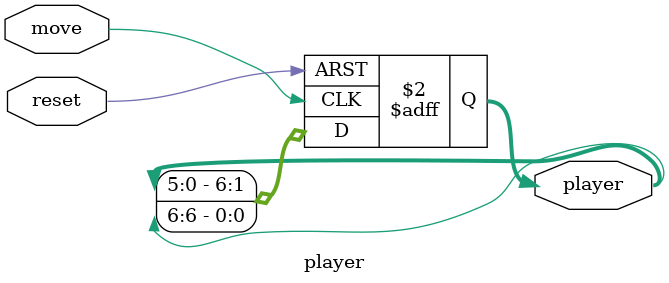
<source format=v>
module player(move,reset,player);
	
	input move,reset;
	output reg [6:0]player;
	
	always @(posedge move,posedge reset)
	begin
		if (reset)
			player = 7'b0000001;
		else 
			begin
			player[6] <= player[5];
			player[5] <= player[4];
			player[4] <= player[3];
			player[3] <= player[2];
			player[2] <= player[1];
			player[1] <= player[0];
			player[0] <= player[6];
			end
	end
	
endmodule

</source>
